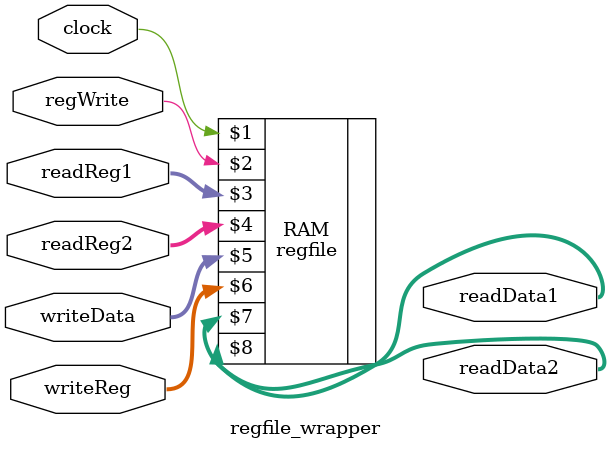
<source format=v>
module regfile_wrapper (
	input clock,
	input regWrite,
	input [4:0] readReg1,
	input [4:0] readReg2,
	input [31:0] writeData,
	input [4:0] writeReg,
	output [31:0] readData1,
	output [31:0] readData2 
	);

regfile RAM(
	clock,
	regWrite,
	readReg1,
	readReg2,
	writeData,
	writeReg,
	readData1,
	readData2
	);
endmodule


</source>
